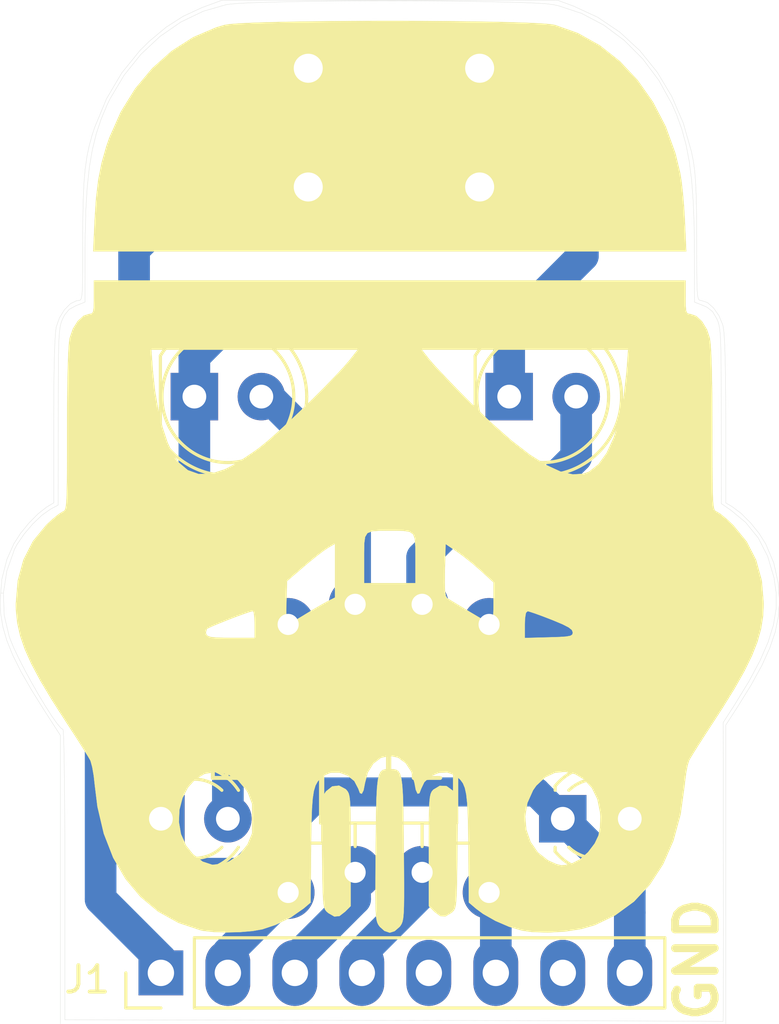
<source format=kicad_pcb>
(kicad_pcb (version 4) (host pcbnew 4.0.7-e2-6376~58~ubuntu16.04.1)

  (general
    (links 16)
    (no_connects 0)
    (area 129.588999 39.122666 159.547667 80.947619)
    (thickness 1.6)
    (drawings 2)
    (tracks 56)
    (zones 0)
    (modules 12)
    (nets 11)
  )

  (page A4)
  (layers
    (0 F.Cu signal)
    (31 B.Cu signal)
    (32 B.Adhes user)
    (33 F.Adhes user)
    (34 B.Paste user)
    (35 F.Paste user)
    (36 B.SilkS user)
    (37 F.SilkS user hide)
    (38 B.Mask user)
    (39 F.Mask user)
    (40 Dwgs.User user)
    (41 Cmts.User user)
    (42 Eco1.User user)
    (43 Eco2.User user)
    (44 Edge.Cuts user)
    (45 Margin user)
    (46 B.CrtYd user)
    (47 F.CrtYd user)
    (48 B.Fab user)
    (49 F.Fab user)
  )

  (setup
    (last_trace_width 1.1)
    (trace_clearance 0.2)
    (zone_clearance 0.508)
    (zone_45_only no)
    (trace_min 0.2)
    (segment_width 0.2)
    (edge_width 0.15)
    (via_size 0.6)
    (via_drill 0.4)
    (via_min_size 0.4)
    (via_min_drill 0.3)
    (uvia_size 0.3)
    (uvia_drill 0.1)
    (uvias_allowed no)
    (uvia_min_size 0.2)
    (uvia_min_drill 0.1)
    (pcb_text_width 0.3)
    (pcb_text_size 1.5 1.5)
    (mod_edge_width 0.15)
    (mod_text_size 1 1)
    (mod_text_width 0.15)
    (pad_size 2 2)
    (pad_drill 0.8)
    (pad_to_mask_clearance 0.2)
    (aux_axis_origin 0 0)
    (visible_elements FFFFFF7F)
    (pcbplotparams
      (layerselection 0x03030_80000001)
      (usegerberextensions false)
      (gerberprecision 5)
      (excludeedgelayer false)
      (linewidth 0.050000)
      (plotframeref true)
      (viasonmask false)
      (mode 1)
      (useauxorigin false)
      (hpglpennumber 1)
      (hpglpenspeed 20)
      (hpglpendiameter 15)
      (hpglpenoverlay 2)
      (psnegative false)
      (psa4output false)
      (plotreference true)
      (plotvalue true)
      (plotinvisibletext false)
      (padsonsilk false)
      (subtractmaskfromsilk false)
      (outputformat 1)
      (mirror false)
      (drillshape 0)
      (scaleselection 1)
      (outputdirectory gerber/))
  )

  (net 0 "")
  (net 1 GND)
  (net 2 "Net-(D1-Pad2)")
  (net 3 "Net-(D2-Pad2)")
  (net 4 "Net-(D3-Pad2)")
  (net 5 "Net-(D4-Pad2)")
  (net 6 "Net-(J1-Pad1)")
  (net 7 "Net-(J1-Pad2)")
  (net 8 "Net-(J1-Pad3)")
  (net 9 "Net-(J1-Pad4)")
  (net 10 "Net-(J1-Pad6)")

  (net_class Default "This is the default net class."
    (clearance 0.2)
    (trace_width 1.1)
    (via_dia 0.6)
    (via_drill 0.4)
    (uvia_dia 0.3)
    (uvia_drill 0.1)
    (add_net GND)
    (add_net "Net-(D1-Pad2)")
    (add_net "Net-(D2-Pad2)")
    (add_net "Net-(D3-Pad2)")
    (add_net "Net-(D4-Pad2)")
    (add_net "Net-(J1-Pad1)")
    (add_net "Net-(J1-Pad2)")
    (add_net "Net-(J1-Pad3)")
    (add_net "Net-(J1-Pad4)")
    (add_net "Net-(J1-Pad6)")
  )

  (module Storm:Storm_borda (layer F.Cu) (tedit 0) (tstamp 5A9B60D2)
    (at 144.526 58.674)
    (fp_text reference StormNinho (at 0 0) (layer F.SilkS) hide
      (effects (font (thickness 0.3)))
    )
    (fp_text value StormNinho (at 0.75 0) (layer F.SilkS) hide
      (effects (font (thickness 0.3)))
    )
    (fp_poly (pts (xy 7.013329 -19.119493) (xy 7.930131 -18.696109) (xy 8.770536 -18.129711) (xy 9.5248 -17.432948)
      (xy 10.183177 -16.618468) (xy 10.735922 -15.698923) (xy 11.17329 -14.686961) (xy 11.485536 -13.595232)
      (xy 11.559728 -13.218076) (xy 11.605046 -12.884682) (xy 11.639386 -12.455807) (xy 11.663477 -11.91393)
      (xy 11.67805 -11.24153) (xy 11.683833 -10.421084) (xy 11.684 -10.233576) (xy 11.684305 -9.554919)
      (xy 11.686206 -9.026738) (xy 11.691174 -8.630173) (xy 11.700685 -8.346367) (xy 11.716212 -8.15646)
      (xy 11.739228 -8.041596) (xy 11.771209 -7.982915) (xy 11.813627 -7.96156) (xy 11.8618 -7.958667)
      (xy 12.089287 -7.882435) (xy 12.32054 -7.679738) (xy 12.523323 -7.389573) (xy 12.665402 -7.050939)
      (xy 12.688757 -6.958209) (xy 12.717628 -6.729161) (xy 12.741617 -6.338471) (xy 12.760519 -5.793767)
      (xy 12.774128 -5.102675) (xy 12.782238 -4.272821) (xy 12.784666 -3.400754) (xy 12.784666 -0.290509)
      (xy 13.029922 -0.145633) (xy 13.365114 0.106337) (xy 13.720611 0.462099) (xy 14.049784 0.869904)
      (xy 14.296532 1.26005) (xy 14.605304 1.986332) (xy 14.774965 2.759744) (xy 14.816666 3.453027)
      (xy 14.779386 4.018124) (xy 14.661968 4.595927) (xy 14.456042 5.207545) (xy 14.153241 5.874086)
      (xy 13.745196 6.616659) (xy 13.239078 7.432414) (xy 12.784666 8.133827) (xy 12.784666 19.473334)
      (xy -12.446 19.473334) (xy -12.446 8.525453) (xy -13.025319 7.628226) (xy -13.534502 6.815293)
      (xy -13.940619 6.108085) (xy -14.252429 5.485174) (xy -14.478693 4.925128) (xy -14.628168 4.406518)
      (xy -14.709617 3.907914) (xy -14.732 3.453027) (xy -14.707963 3.132627) (xy -14.607882 3.132627)
      (xy -14.577683 3.967458) (xy -14.386551 4.777658) (xy -14.346474 4.889019) (xy -14.202285 5.232425)
      (xy -14.007009 5.640825) (xy -13.775075 6.089604) (xy -13.52091 6.554148) (xy -13.258944 7.009842)
      (xy -13.003604 7.432071) (xy -12.769319 7.79622) (xy -12.570519 8.077674) (xy -12.42163 8.251818)
      (xy -12.348625 8.297334) (xy -12.336226 8.379656) (xy -12.324504 8.617252) (xy -12.313641 8.996061)
      (xy -12.303822 9.502022) (xy -12.295231 10.121076) (xy -12.28805 10.839164) (xy -12.282465 11.642224)
      (xy -12.278658 12.516198) (xy -12.276815 13.447025) (xy -12.276667 13.800387) (xy -12.276667 19.30344)
      (xy 0.1905 19.325169) (xy 1.629578 19.327816) (xy 3.021961 19.33065) (xy 4.358283 19.333637)
      (xy 5.629181 19.336747) (xy 6.82529 19.339948) (xy 7.937246 19.343207) (xy 8.955684 19.346492)
      (xy 9.871241 19.349772) (xy 10.674552 19.353014) (xy 11.356253 19.356187) (xy 11.90698 19.359259)
      (xy 12.317368 19.362197) (xy 12.578053 19.36497) (xy 12.679672 19.367546) (xy 12.680715 19.367783)
      (xy 12.684495 19.289034) (xy 12.687818 19.054731) (xy 12.690649 18.678652) (xy 12.692956 18.174575)
      (xy 12.694703 17.556279) (xy 12.695857 16.837543) (xy 12.696384 16.032144) (xy 12.696249 15.153861)
      (xy 12.695418 14.216473) (xy 12.694707 13.714477) (xy 12.685649 8.040287) (xy 13.122313 7.359565)
      (xy 13.661305 6.478517) (xy 14.082006 5.693778) (xy 14.390276 4.986506) (xy 14.591973 4.337853)
      (xy 14.692955 3.728976) (xy 14.699082 3.141028) (xy 14.616211 2.555164) (xy 14.616079 2.554542)
      (xy 14.374161 1.737939) (xy 14.01693 1.040015) (xy 13.536688 0.448705) (xy 12.977104 -0.013229)
      (xy 12.615333 -0.262135) (xy 12.613473 -3.581234) (xy 12.612572 -4.42321) (xy 12.610372 -5.113269)
      (xy 12.60608 -5.668828) (xy 12.598903 -6.107302) (xy 12.588045 -6.446109) (xy 12.572714 -6.702663)
      (xy 12.552114 -6.894382) (xy 12.525453 -7.038681) (xy 12.491935 -7.152976) (xy 12.450768 -7.254684)
      (xy 12.445463 -7.266458) (xy 12.286978 -7.536315) (xy 12.079189 -7.702668) (xy 11.939322 -7.766134)
      (xy 11.599333 -7.899686) (xy 11.597993 -9.643676) (xy 11.586704 -10.734372) (xy 11.552439 -11.679294)
      (xy 11.491903 -12.500854) (xy 11.401797 -13.221463) (xy 11.278826 -13.863534) (xy 11.119694 -14.449478)
      (xy 10.921102 -15.001707) (xy 10.752973 -15.388562) (xy 10.249487 -16.3015) (xy 9.638258 -17.116846)
      (xy 8.935268 -17.821211) (xy 8.156499 -18.401205) (xy 7.317932 -18.843438) (xy 6.435548 -19.134521)
      (xy 6.229654 -19.178381) (xy 5.989627 -19.207044) (xy 5.59878 -19.232397) (xy 5.075595 -19.254441)
      (xy 4.438553 -19.273176) (xy 3.706136 -19.2886) (xy 2.896824 -19.300715) (xy 2.0291 -19.309521)
      (xy 1.121444 -19.315017) (xy 0.192338 -19.317203) (xy -0.739737 -19.31608) (xy -1.656299 -19.311648)
      (xy -2.538867 -19.303905) (xy -3.368959 -19.292853) (xy -4.128096 -19.278492) (xy -4.797794 -19.260821)
      (xy -5.359572 -19.23984) (xy -5.79495 -19.21555) (xy -6.085446 -19.18795) (xy -6.144988 -19.178381)
      (xy -7.031731 -18.924403) (xy -7.879697 -18.516227) (xy -8.672635 -17.967482) (xy -9.394294 -17.291799)
      (xy -10.028422 -16.502807) (xy -10.55877 -15.614136) (xy -10.671359 -15.38204) (xy -10.89966 -14.840847)
      (xy -11.08623 -14.280921) (xy -11.234343 -13.67994) (xy -11.347276 -13.015583) (xy -11.428302 -12.265528)
      (xy -11.480697 -11.407455) (xy -11.507737 -10.419042) (xy -11.513327 -9.643676) (xy -11.514667 -7.899686)
      (xy -11.854657 -7.766134) (xy -12.110682 -7.626775) (xy -12.285112 -7.41579) (xy -12.360797 -7.266458)
      (xy -12.402744 -7.165494) (xy -12.43701 -7.053994) (xy -12.464378 -6.914629) (xy -12.485633 -6.730066)
      (xy -12.50156 -6.482978) (xy -12.512943 -6.156033) (xy -12.520565 -5.731902) (xy -12.525212 -5.193255)
      (xy -12.527668 -4.522761) (xy -12.528717 -3.703091) (xy -12.528808 -3.554087) (xy -12.530667 -0.20784)
      (xy -12.827669 -0.047894) (xy -13.147296 0.177807) (xy -13.493485 0.507857) (xy -13.821991 0.892781)
      (xy -14.088571 1.283109) (xy -14.189422 1.474818) (xy -14.478133 2.294601) (xy -14.607882 3.132627)
      (xy -14.707963 3.132627) (xy -14.668766 2.610157) (xy -14.473264 1.8463) (xy -14.213901 1.263868)
      (xy -13.965642 0.875267) (xy -13.643646 0.478581) (xy -13.294814 0.125648) (xy -12.966045 -0.131691)
      (xy -12.932834 -0.152107) (xy -12.700001 -0.290509) (xy -12.700001 -3.400754) (xy -12.697089 -4.350598)
      (xy -12.688491 -5.168642) (xy -12.674412 -5.847259) (xy -12.655057 -6.378823) (xy -12.630634 -6.755705)
      (xy -12.604091 -6.958209) (xy -12.483454 -7.303141) (xy -12.293588 -7.609916) (xy -12.066729 -7.839535)
      (xy -11.83511 -7.953002) (xy -11.777134 -7.958666) (xy -11.724092 -7.96258) (xy -11.682811 -7.986893)
      (xy -11.651817 -8.050464) (xy -11.629635 -8.172151) (xy -11.614793 -8.370812) (xy -11.605815 -8.665306)
      (xy -11.601229 -9.074491) (xy -11.59956 -9.617224) (xy -11.599334 -10.233576) (xy -11.594964 -11.099107)
      (xy -11.580021 -11.82165) (xy -11.551752 -12.427369) (xy -11.507406 -12.942428) (xy -11.444231 -13.392992)
      (xy -11.359475 -13.805226) (xy -11.250386 -14.205293) (xy -11.148479 -14.520333) (xy -10.696921 -15.609204)
      (xy -10.125327 -16.579885) (xy -9.431575 -17.43572) (xy -9.073324 -17.789476) (xy -8.432614 -18.323607)
      (xy -7.789832 -18.734947) (xy -7.08588 -19.060145) (xy -6.928664 -19.119493) (xy -6.307667 -19.346333)
      (xy 6.392333 -19.346333) (xy 7.013329 -19.119493)) (layer Edge.Cuts) (width 0.01))
    (fp_poly (pts (xy 7.013329 -19.119493) (xy 7.930131 -18.696109) (xy 8.770536 -18.129711) (xy 9.5248 -17.432948)
      (xy 10.183177 -16.618468) (xy 10.735922 -15.698923) (xy 11.17329 -14.686961) (xy 11.485536 -13.595232)
      (xy 11.559728 -13.218076) (xy 11.605046 -12.884682) (xy 11.639386 -12.455807) (xy 11.663477 -11.91393)
      (xy 11.67805 -11.24153) (xy 11.683833 -10.421084) (xy 11.684 -10.233576) (xy 11.684305 -9.554919)
      (xy 11.686206 -9.026738) (xy 11.691174 -8.630173) (xy 11.700685 -8.346367) (xy 11.716212 -8.15646)
      (xy 11.739228 -8.041596) (xy 11.771209 -7.982915) (xy 11.813627 -7.96156) (xy 11.8618 -7.958667)
      (xy 12.089287 -7.882435) (xy 12.32054 -7.679738) (xy 12.523323 -7.389573) (xy 12.665402 -7.050939)
      (xy 12.688757 -6.958209) (xy 12.717628 -6.729161) (xy 12.741617 -6.338471) (xy 12.760519 -5.793767)
      (xy 12.774128 -5.102675) (xy 12.782238 -4.272821) (xy 12.784666 -3.400754) (xy 12.784666 -0.290509)
      (xy 13.029922 -0.145633) (xy 13.365114 0.106337) (xy 13.720611 0.462099) (xy 14.049784 0.869904)
      (xy 14.296532 1.26005) (xy 14.605304 1.986332) (xy 14.774965 2.759744) (xy 14.816666 3.453027)
      (xy 14.779386 4.018124) (xy 14.661968 4.595927) (xy 14.456042 5.207545) (xy 14.153241 5.874086)
      (xy 13.745196 6.616659) (xy 13.239078 7.432414) (xy 12.784666 8.133827) (xy 12.784666 19.473334)
      (xy -12.446 19.473334) (xy -12.446 8.525453) (xy -13.025319 7.628226) (xy -13.534502 6.815293)
      (xy -13.940619 6.108085) (xy -14.252429 5.485174) (xy -14.478693 4.925128) (xy -14.628168 4.406518)
      (xy -14.709617 3.907914) (xy -14.732 3.453027) (xy -14.707963 3.132627) (xy -14.607882 3.132627)
      (xy -14.577683 3.967458) (xy -14.386551 4.777658) (xy -14.346474 4.889019) (xy -14.202285 5.232425)
      (xy -14.007009 5.640825) (xy -13.775075 6.089604) (xy -13.52091 6.554148) (xy -13.258944 7.009842)
      (xy -13.003604 7.432071) (xy -12.769319 7.79622) (xy -12.570519 8.077674) (xy -12.42163 8.251818)
      (xy -12.348625 8.297334) (xy -12.336226 8.379656) (xy -12.324504 8.617252) (xy -12.313641 8.996061)
      (xy -12.303822 9.502022) (xy -12.295231 10.121076) (xy -12.28805 10.839164) (xy -12.282465 11.642224)
      (xy -12.278658 12.516198) (xy -12.276815 13.447025) (xy -12.276667 13.800387) (xy -12.276667 19.30344)
      (xy 0.1905 19.325169) (xy 1.629578 19.327816) (xy 3.021961 19.33065) (xy 4.358283 19.333637)
      (xy 5.629181 19.336747) (xy 6.82529 19.339948) (xy 7.937246 19.343207) (xy 8.955684 19.346492)
      (xy 9.871241 19.349772) (xy 10.674552 19.353014) (xy 11.356253 19.356187) (xy 11.90698 19.359259)
      (xy 12.317368 19.362197) (xy 12.578053 19.36497) (xy 12.679672 19.367546) (xy 12.680715 19.367783)
      (xy 12.684495 19.289034) (xy 12.687818 19.054731) (xy 12.690649 18.678652) (xy 12.692956 18.174575)
      (xy 12.694703 17.556279) (xy 12.695857 16.837543) (xy 12.696384 16.032144) (xy 12.696249 15.153861)
      (xy 12.695418 14.216473) (xy 12.694707 13.714477) (xy 12.685649 8.040287) (xy 13.122313 7.359565)
      (xy 13.661305 6.478517) (xy 14.082006 5.693778) (xy 14.390276 4.986506) (xy 14.591973 4.337853)
      (xy 14.692955 3.728976) (xy 14.699082 3.141028) (xy 14.616211 2.555164) (xy 14.616079 2.554542)
      (xy 14.374161 1.737939) (xy 14.01693 1.040015) (xy 13.536688 0.448705) (xy 12.977104 -0.013229)
      (xy 12.615333 -0.262135) (xy 12.613473 -3.581234) (xy 12.612572 -4.42321) (xy 12.610372 -5.113269)
      (xy 12.60608 -5.668828) (xy 12.598903 -6.107302) (xy 12.588045 -6.446109) (xy 12.572714 -6.702663)
      (xy 12.552114 -6.894382) (xy 12.525453 -7.038681) (xy 12.491935 -7.152976) (xy 12.450768 -7.254684)
      (xy 12.445463 -7.266458) (xy 12.286978 -7.536315) (xy 12.079189 -7.702668) (xy 11.939322 -7.766134)
      (xy 11.599333 -7.899686) (xy 11.597993 -9.643676) (xy 11.586704 -10.734372) (xy 11.552439 -11.679294)
      (xy 11.491903 -12.500854) (xy 11.401797 -13.221463) (xy 11.278826 -13.863534) (xy 11.119694 -14.449478)
      (xy 10.921102 -15.001707) (xy 10.752973 -15.388562) (xy 10.249487 -16.3015) (xy 9.638258 -17.116846)
      (xy 8.935268 -17.821211) (xy 8.156499 -18.401205) (xy 7.317932 -18.843438) (xy 6.435548 -19.134521)
      (xy 6.229654 -19.178381) (xy 5.989627 -19.207044) (xy 5.59878 -19.232397) (xy 5.075595 -19.254441)
      (xy 4.438553 -19.273176) (xy 3.706136 -19.2886) (xy 2.896824 -19.300715) (xy 2.0291 -19.309521)
      (xy 1.121444 -19.315017) (xy 0.192338 -19.317203) (xy -0.739737 -19.31608) (xy -1.656299 -19.311648)
      (xy -2.538867 -19.303905) (xy -3.368959 -19.292853) (xy -4.128096 -19.278492) (xy -4.797794 -19.260821)
      (xy -5.359572 -19.23984) (xy -5.79495 -19.21555) (xy -6.085446 -19.18795) (xy -6.144988 -19.178381)
      (xy -7.031731 -18.924403) (xy -7.879697 -18.516227) (xy -8.672635 -17.967482) (xy -9.394294 -17.291799)
      (xy -10.028422 -16.502807) (xy -10.55877 -15.614136) (xy -10.671359 -15.38204) (xy -10.89966 -14.840847)
      (xy -11.08623 -14.280921) (xy -11.234343 -13.67994) (xy -11.347276 -13.015583) (xy -11.428302 -12.265528)
      (xy -11.480697 -11.407455) (xy -11.507737 -10.419042) (xy -11.513327 -9.643676) (xy -11.514667 -7.899686)
      (xy -11.854657 -7.766134) (xy -12.110682 -7.626775) (xy -12.285112 -7.41579) (xy -12.360797 -7.266458)
      (xy -12.402744 -7.165494) (xy -12.43701 -7.053994) (xy -12.464378 -6.914629) (xy -12.485633 -6.730066)
      (xy -12.50156 -6.482978) (xy -12.512943 -6.156033) (xy -12.520565 -5.731902) (xy -12.525212 -5.193255)
      (xy -12.527668 -4.522761) (xy -12.528717 -3.703091) (xy -12.528808 -3.554087) (xy -12.530667 -0.20784)
      (xy -12.827669 -0.047894) (xy -13.147296 0.177807) (xy -13.493485 0.507857) (xy -13.821991 0.892781)
      (xy -14.088571 1.283109) (xy -14.189422 1.474818) (xy -14.478133 2.294601) (xy -14.607882 3.132627)
      (xy -14.707963 3.132627) (xy -14.668766 2.610157) (xy -14.473264 1.8463) (xy -14.213901 1.263868)
      (xy -13.965642 0.875267) (xy -13.643646 0.478581) (xy -13.294814 0.125648) (xy -12.966045 -0.131691)
      (xy -12.932834 -0.152107) (xy -12.700001 -0.290509) (xy -12.700001 -3.400754) (xy -12.697089 -4.350598)
      (xy -12.688491 -5.168642) (xy -12.674412 -5.847259) (xy -12.655057 -6.378823) (xy -12.630634 -6.755705)
      (xy -12.604091 -6.958209) (xy -12.483454 -7.303141) (xy -12.293588 -7.609916) (xy -12.066729 -7.839535)
      (xy -11.83511 -7.953002) (xy -11.777134 -7.958666) (xy -11.724092 -7.96258) (xy -11.682811 -7.986893)
      (xy -11.651817 -8.050464) (xy -11.629635 -8.172151) (xy -11.614793 -8.370812) (xy -11.605815 -8.665306)
      (xy -11.601229 -9.074491) (xy -11.59956 -9.617224) (xy -11.599334 -10.233576) (xy -11.594964 -11.099107)
      (xy -11.580021 -11.82165) (xy -11.551752 -12.427369) (xy -11.507406 -12.942428) (xy -11.444231 -13.392992)
      (xy -11.359475 -13.805226) (xy -11.250386 -14.205293) (xy -11.148479 -14.520333) (xy -10.696921 -15.609204)
      (xy -10.125327 -16.579885) (xy -9.431575 -17.43572) (xy -9.073324 -17.789476) (xy -8.432614 -18.323607)
      (xy -7.789832 -18.734947) (xy -7.08588 -19.060145) (xy -6.928664 -19.119493) (xy -6.307667 -19.346333)
      (xy 6.392333 -19.346333) (xy 7.013329 -19.119493)) (layer Margin) (width 0.01))
  )

  (module Storm:Storm_silk (layer F.Cu) (tedit 0) (tstamp 5A9B60E0)
    (at 144.526 57.404)
    (fp_text reference G*** (at 0 0) (layer F.SilkS) hide
      (effects (font (thickness 0.3)))
    )
    (fp_text value LOGO (at 0.75 0) (layer F.SilkS) hide
      (effects (font (thickness 0.3)))
    )
    (fp_poly (pts (xy 11.260667 -6.815667) (xy 11.264413 -6.491496) (xy 11.282162 -6.301337) (xy 11.323682 -6.209921)
      (xy 11.398739 -6.18198) (xy 11.436513 -6.180667) (xy 11.667181 -6.102748) (xy 11.88918 -5.89337)
      (xy 12.072849 -5.589102) (xy 12.181291 -5.262389) (xy 12.209845 -5.035519) (xy 12.233671 -4.648617)
      (xy 12.252517 -4.110925) (xy 12.266129 -3.431685) (xy 12.274254 -2.620139) (xy 12.276667 -1.779539)
      (xy 12.276985 -0.98213) (xy 12.278528 -0.337472) (xy 12.282177 0.171018) (xy 12.288812 0.559922)
      (xy 12.299316 0.845822) (xy 12.314568 1.045301) (xy 12.335451 1.174941) (xy 12.362845 1.251324)
      (xy 12.397632 1.291032) (xy 12.440693 1.310648) (xy 12.440876 1.310707) (xy 12.577724 1.393675)
      (xy 12.788966 1.565204) (xy 13.032669 1.790803) (xy 13.0725 1.830238) (xy 13.57794 2.448071)
      (xy 13.937032 3.146136) (xy 14.151483 3.928834) (xy 14.222995 4.795914) (xy 14.200133 5.277965)
      (xy 14.124343 5.754761) (xy 13.986968 6.246822) (xy 13.779352 6.774666) (xy 13.492838 7.358811)
      (xy 13.11877 8.019777) (xy 12.648491 8.778081) (xy 12.347504 9.241318) (xy 12.069575 9.666634)
      (xy 11.817489 10.05787) (xy 11.609002 10.387043) (xy 11.461869 10.626169) (xy 11.399366 10.735609)
      (xy 11.33876 10.926191) (xy 11.280471 11.228797) (xy 11.234929 11.586315) (xy 11.226269 11.683617)
      (xy 11.07283 12.787789) (xy 10.800144 13.786336) (xy 10.411666 14.673878) (xy 9.910847 15.445039)
      (xy 9.301142 16.09444) (xy 8.586002 16.616703) (xy 7.821288 16.986684) (xy 7.303346 17.133982)
      (xy 6.688212 17.229526) (xy 6.041408 17.268443) (xy 5.428458 17.245859) (xy 5.060465 17.192066)
      (xy 4.568499 17.047115) (xy 4.051485 16.824179) (xy 3.581408 16.557481) (xy 3.321369 16.365251)
      (xy 3.044405 16.129) (xy 3.025036 14.054666) (xy 3.016354 13.346289) (xy 3.004394 12.863422)
      (xy 5.178725 12.863422) (xy 5.222626 13.367015) (xy 5.384958 13.832874) (xy 5.657961 14.22884)
      (xy 6.033873 14.522754) (xy 6.128504 14.570022) (xy 6.377352 14.677241) (xy 6.550429 14.719691)
      (xy 6.725315 14.704423) (xy 6.955497 14.645183) (xy 7.259808 14.491197) (xy 7.562005 14.223013)
      (xy 7.815419 13.889802) (xy 7.959057 13.587817) (xy 8.017697 13.276116) (xy 8.029621 12.879035)
      (xy 8.021151 12.727502) (xy 7.916409 12.210336) (xy 7.708101 11.788297) (xy 7.419744 11.469295)
      (xy 7.074857 11.261243) (xy 6.696957 11.172054) (xy 6.309561 11.209639) (xy 5.936188 11.381909)
      (xy 5.600354 11.696778) (xy 5.477265 11.871668) (xy 5.261018 12.354253) (xy 5.178725 12.863422)
      (xy 3.004394 12.863422) (xy 3.002481 12.786195) (xy 2.97956 12.353339) (xy 2.943734 12.026677)
      (xy 2.891146 11.785162) (xy 2.817938 11.60775) (xy 2.720253 11.473397) (xy 2.594234 11.361056)
      (xy 2.521645 11.308139) (xy 2.227072 11.195585) (xy 1.901631 11.213724) (xy 1.593755 11.343634)
      (xy 1.351874 11.566391) (xy 1.235295 11.81075) (xy 1.166729 11.987047) (xy 1.096122 12.000196)
      (xy 1.030456 11.856142) (xy 0.980972 11.594158) (xy 0.863396 11.173134) (xy 0.647818 10.844716)
      (xy 0.357341 10.6342) (xy 0.042333 10.5664) (xy -0.296821 10.64547) (xy -0.582425 10.865819)
      (xy -0.791377 11.20215) (xy -0.896305 11.594158) (xy -0.951439 11.875803) (xy -1.017851 12.005642)
      (xy -1.088562 11.977733) (xy -1.150628 11.81075) (xy -1.299917 11.524767) (xy -1.555783 11.315775)
      (xy -1.869795 11.202697) (xy -2.193521 11.204456) (xy -2.436978 11.308139) (xy -2.578152 11.417381)
      (xy -2.689118 11.538413) (xy -2.773733 11.692281) (xy -2.835856 11.90003) (xy -2.879342 12.182705)
      (xy -2.90805 12.56135) (xy -2.925836 13.057011) (xy -2.936557 13.690733) (xy -2.940369 14.054666)
      (xy -2.959739 16.129) (xy -3.220852 16.35127) (xy -3.711767 16.692828) (xy -4.295296 16.97804)
      (xy -4.786627 17.142213) (xy -5.159791 17.208416) (xy -5.632387 17.248563) (xy -6.14248 17.261571)
      (xy -6.628138 17.246357) (xy -7.027425 17.201838) (xy -7.11944 17.183003) (xy -7.973938 16.898085)
      (xy -8.738835 16.473393) (xy -9.409038 15.915889) (xy -9.979454 15.232537) (xy -10.444989 14.430301)
      (xy -10.800551 13.516145) (xy -10.905679 13.070658) (xy -7.955159 13.070658) (xy -7.875872 13.531603)
      (xy -7.687473 13.961342) (xy -7.420519 14.296856) (xy -7.052803 14.579366) (xy -6.686344 14.699743)
      (xy -6.295603 14.663057) (xy -6.043838 14.570022) (xy -5.64657 14.302564) (xy -5.350523 13.926059)
      (xy -5.163458 13.472666) (xy -5.093137 12.974543) (xy -5.14732 12.46385) (xy -5.333771 11.972746)
      (xy -5.392599 11.871668) (xy -5.714312 11.492021) (xy -6.109006 11.256846) (xy -6.559601 11.176316)
      (xy -6.560346 11.176316) (xy -6.977924 11.252002) (xy -7.331478 11.460051) (xy -7.613493 11.773204)
      (xy -7.816454 12.164197) (xy -7.932848 12.605769) (xy -7.955159 13.070658) (xy -10.905679 13.070658)
      (xy -11.041047 12.497032) (xy -11.141603 11.683617) (xy -11.181987 11.321102) (xy -11.237897 10.998273)
      (xy -11.298904 10.772241) (xy -11.3147 10.735609) (xy -11.398204 10.591248) (xy -11.557587 10.333965)
      (xy -11.775014 9.991872) (xy -12.03265 9.593086) (xy -12.257388 9.249599) (xy -12.785972 8.426119)
      (xy -13.213356 7.711323) (xy -13.548116 7.08497) (xy -13.798832 6.526818) (xy -13.974082 6.016625)
      (xy -14.002478 5.890189) (xy -6.929466 5.890189) (xy -6.914233 5.963308) (xy -6.862091 6.02434)
      (xy -6.742268 6.063909) (xy -6.525471 6.08614) (xy -6.182407 6.095155) (xy -5.971657 6.096)
      (xy -5.08 6.096) (xy -5.08 5.590864) (xy 5.164667 5.590864) (xy 5.164667 6.101728)
      (xy 6.074833 6.077697) (xy 6.477811 6.064677) (xy 6.740873 6.047058) (xy 6.893428 6.018767)
      (xy 6.964887 5.973731) (xy 6.984659 5.905875) (xy 6.985 5.88974) (xy 6.949989 5.797927)
      (xy 6.82883 5.700069) (xy 6.597335 5.581685) (xy 6.231315 5.428294) (xy 6.180667 5.408213)
      (xy 5.832365 5.27409) (xy 5.537538 5.166857) (xy 5.335005 5.100289) (xy 5.2705 5.085306)
      (xy 5.205028 5.149091) (xy 5.17112 5.357582) (xy 5.164667 5.590864) (xy -5.08 5.590864)
      (xy -5.08 5.588) (xy -5.089613 5.320181) (xy -5.114601 5.136345) (xy -5.125091 5.11611)
      (xy -3.881191 5.11611) (xy -3.87402 5.391618) (xy -3.85661 5.556861) (xy -3.841339 5.588)
      (xy -3.746543 5.546291) (xy -3.546223 5.43527) (xy -3.277998 5.276088) (xy -3.182106 5.217284)
      (xy -2.862141 5.023255) (xy -2.561233 4.847161) (xy -2.336172 4.722114) (xy -2.307167 4.70711)
      (xy -2.032 4.567651) (xy -2.032 2.90345) (xy -0.931566 2.90345) (xy -0.931333 3.079041)
      (xy -0.931333 4.021666) (xy 1.016 4.021666) (xy 1.016 3.994883) (xy 2.12793 3.994883)
      (xy 2.137493 4.309482) (xy 2.164623 4.500022) (xy 2.211105 4.58885) (xy 2.218817 4.594183)
      (xy 2.334047 4.663073) (xy 2.558291 4.797894) (xy 2.855617 4.977024) (xy 3.090333 5.118616)
      (xy 3.41074 5.308986) (xy 3.677596 5.461899) (xy 3.857773 5.558709) (xy 3.915833 5.583266)
      (xy 3.943235 5.506915) (xy 3.964694 5.297929) (xy 3.977269 4.992977) (xy 3.979333 4.792162)
      (xy 3.979333 3.996324) (xy 3.497091 3.555582) (xy 3.188282 3.288027) (xy 2.854537 3.021351)
      (xy 2.586924 2.826464) (xy 2.159 2.538089) (xy 2.13415 3.533878) (xy 2.12793 3.994883)
      (xy 1.016 3.994883) (xy 1.016 3.079041) (xy 1.01503 2.643586) (xy 0.994895 2.349611)
      (xy 0.929759 2.169393) (xy 0.793786 2.07521) (xy 0.561139 2.039341) (xy 0.205981 2.034062)
      (xy 0.042333 2.034312) (xy -0.363502 2.035353) (xy -0.637481 2.056957) (xy -0.80544 2.126846)
      (xy -0.893217 2.272743) (xy -0.926647 2.522371) (xy -0.931566 2.90345) (xy -2.032 2.90345)
      (xy -2.032 2.530426) (xy -2.296858 2.683379) (xy -2.476567 2.805355) (xy -2.739686 3.006131)
      (xy -3.042982 3.252103) (xy -3.207025 3.390841) (xy -3.852333 3.945349) (xy -3.876566 4.766674)
      (xy -3.881191 5.11611) (xy -5.125091 5.11611) (xy -5.1435 5.080604) (xy -5.260941 5.110765)
      (xy -5.491238 5.189455) (xy -5.79224 5.300327) (xy -6.121793 5.427034) (xy -6.437747 5.553231)
      (xy -6.697949 5.662569) (xy -6.860247 5.738703) (xy -6.890409 5.758062) (xy -6.929466 5.890189)
      (xy -14.002478 5.890189) (xy -14.082443 5.534147) (xy -14.132494 5.059144) (xy -14.138329 4.811071)
      (xy -14.065132 3.929427) (xy -13.848412 3.13659) (xy -13.488518 2.433456) (xy -12.985794 1.820925)
      (xy -12.980817 1.816018) (xy -12.73624 1.589196) (xy -12.517577 1.410609) (xy -12.367831 1.315047)
      (xy -12.35614 1.310684) (xy -12.313064 1.291105) (xy -12.278261 1.251468) (xy -12.250852 1.175191)
      (xy -12.229954 1.045692) (xy -12.214688 0.84639) (xy -12.204172 0.560702) (xy -12.197526 0.172046)
      (xy -12.19387 -0.336159) (xy -12.192321 -0.980495) (xy -12.192 -1.777545) (xy -12.192 -1.779539)
      (xy -12.189058 -2.702833) (xy -12.1804 -3.502183) (xy -12.166278 -4.168348) (xy -12.146948 -4.692084)
      (xy -12.138207 -4.826) (xy -8.997867 -4.826) (xy -8.939662 -4.033072) (xy -8.858666 -3.273857)
      (xy -8.733355 -2.547234) (xy -8.571526 -1.88129) (xy -8.380977 -1.304111) (xy -8.169506 -0.843783)
      (xy -7.975879 -0.561675) (xy -7.613291 -0.257244) (xy -7.202645 -0.111111) (xy -6.738277 -0.122549)
      (xy -6.214524 -0.290831) (xy -6.138333 -0.325822) (xy -5.843787 -0.48541) (xy -5.476087 -0.713072)
      (xy -5.094429 -0.971253) (xy -4.910667 -1.104679) (xy -4.615603 -1.342981) (xy -4.234822 -1.676879)
      (xy -3.795298 -2.080154) (xy -3.324009 -2.526584) (xy -2.847931 -2.989949) (xy -2.394039 -3.444026)
      (xy -1.98931 -3.862596) (xy -1.660721 -4.219436) (xy -1.452367 -4.466167) (xy -1.171105 -4.826)
      (xy 1.255771 -4.826) (xy 1.538052 -4.466683) (xy 1.685379 -4.295322) (xy 1.929322 -4.029865)
      (xy 2.246149 -3.695339) (xy 2.612127 -3.316769) (xy 3.003524 -2.919181) (xy 3.048 -2.874467)
      (xy 3.897653 -2.052984) (xy 4.666426 -1.377086) (xy 5.357108 -0.845138) (xy 5.972487 -0.455504)
      (xy 6.515349 -0.20655) (xy 6.988485 -0.096641) (xy 7.394681 -0.124143) (xy 7.603038 -0.203623)
      (xy 7.955073 -0.477735) (xy 8.265777 -0.906735) (xy 8.531353 -1.48039) (xy 8.748002 -2.188466)
      (xy 8.911926 -3.02073) (xy 9.019327 -3.966947) (xy 9.024329 -4.033072) (xy 9.082533 -4.826)
      (xy 1.255771 -4.826) (xy -1.171105 -4.826) (xy -8.997867 -4.826) (xy -12.138207 -4.826)
      (xy -12.12266 -5.064151) (xy -12.096624 -5.262389) (xy -11.973226 -5.621019) (xy -11.78465 -5.917861)
      (xy -11.560557 -6.116347) (xy -11.351846 -6.180667) (xy -11.262076 -6.194195) (xy -11.209416 -6.258291)
      (xy -11.184101 -6.408223) (xy -11.176364 -6.679261) (xy -11.176 -6.815667) (xy -11.176 -7.450667)
      (xy 11.260667 -7.450667) (xy 11.260667 -6.815667)) (layer F.SilkS) (width 0.01))
    (fp_poly (pts (xy 0.175361 11.073464) (xy 0.282897 11.094281) (xy 0.367833 11.148999) (xy 0.433066 11.254003)
      (xy 0.481487 11.425675) (xy 0.515992 11.680399) (xy 0.539475 12.034559) (xy 0.554829 12.504538)
      (xy 0.564948 13.10672) (xy 0.572727 13.857487) (xy 0.574771 14.08434) (xy 0.581179 14.837007)
      (xy 0.584835 15.439025) (xy 0.584766 15.909071) (xy 0.579999 16.265819) (xy 0.569559 16.527946)
      (xy 0.552475 16.714127) (xy 0.527771 16.843038) (xy 0.494475 16.933354) (xy 0.451613 17.003751)
      (xy 0.420459 17.044756) (xy 0.228571 17.212053) (xy 0.042333 17.272) (xy -0.158503 17.203279)
      (xy -0.335793 17.044756) (xy -0.384948 16.977341) (xy -0.423944 16.901362) (xy -0.453757 16.798145)
      (xy -0.475358 16.649014) (xy -0.489723 16.435293) (xy -0.497823 16.138307) (xy -0.500633 15.739379)
      (xy -0.499126 15.219835) (xy -0.494275 14.560998) (xy -0.490105 14.08434) (xy -0.482461 13.291282)
      (xy -0.473246 12.651168) (xy -0.459568 12.147616) (xy -0.43853 11.764241) (xy -0.40724 11.484661)
      (xy -0.362804 11.292492) (xy -0.302327 11.171351) (xy -0.222915 11.104854) (xy -0.121675 11.076617)
      (xy 0.004288 11.070258) (xy 0.042333 11.070166) (xy 0.175361 11.073464)) (layer F.SilkS) (width 0.01))
    (fp_poly (pts (xy -1.631335 11.831641) (xy -1.608667 11.853333) (xy -1.556361 11.913969) (xy -1.516079 11.992293)
      (xy -1.486258 12.109443) (xy -1.465334 12.286554) (xy -1.451743 12.544766) (xy -1.443924 12.905214)
      (xy -1.440313 13.389037) (xy -1.439347 14.017372) (xy -1.439333 14.143181) (xy -1.439333 16.263696)
      (xy -1.647152 16.471515) (xy -1.863733 16.63998) (xy -2.057998 16.658898) (xy -2.279995 16.531813)
      (xy -2.297787 16.517605) (xy -2.359506 16.46408) (xy -2.407264 16.401739) (xy -2.443154 16.309474)
      (xy -2.46927 16.166181) (xy -2.487706 15.950754) (xy -2.500553 15.642088) (xy -2.509907 15.219078)
      (xy -2.517859 14.660618) (xy -2.522871 14.248156) (xy -2.530133 13.595736) (xy -2.533418 13.090834)
      (xy -2.531286 12.711652) (xy -2.522298 12.436393) (xy -2.505013 12.243261) (xy -2.477991 12.110459)
      (xy -2.439793 12.016189) (xy -2.388978 11.938654) (xy -2.368559 11.912217) (xy -2.137062 11.726015)
      (xy -1.880502 11.698318) (xy -1.631335 11.831641)) (layer F.SilkS) (width 0.01))
    (fp_poly (pts (xy 2.197312 11.716307) (xy 2.432678 11.887177) (xy 2.453226 11.912217) (xy 2.50866 11.989027)
      (xy 2.550989 12.075157) (xy 2.581651 12.192405) (xy 2.602087 12.362567) (xy 2.613737 12.607441)
      (xy 2.618039 12.948823) (xy 2.616436 13.40851) (xy 2.610365 14.0083) (xy 2.607537 14.248156)
      (xy 2.599417 14.898795) (xy 2.591161 15.401218) (xy 2.580678 15.77653) (xy 2.565872 16.045836)
      (xy 2.544653 16.230241) (xy 2.514925 16.350852) (xy 2.474596 16.428772) (xy 2.421572 16.485108)
      (xy 2.382453 16.517605) (xy 2.156659 16.654733) (xy 1.962083 16.646106) (xy 1.74868 16.488178)
      (xy 1.731818 16.471515) (xy 1.524 16.263696) (xy 1.524 14.143181) (xy 1.524665 13.487509)
      (xy 1.527703 12.980031) (xy 1.534676 12.59961) (xy 1.547149 12.325109) (xy 1.566683 12.135389)
      (xy 1.594842 12.009314) (xy 1.633189 11.925747) (xy 1.683288 11.863549) (xy 1.693333 11.853333)
      (xy 1.940045 11.704187) (xy 2.197312 11.716307)) (layer F.SilkS) (width 0.01))
    (fp_poly (pts (xy 0.51504 -17.288395) (xy 1.431901 -17.285013) (xy 2.321814 -17.278284) (xy 3.166937 -17.268209)
      (xy 3.949429 -17.254787) (xy 4.65145 -17.238017) (xy 5.255159 -17.217901) (xy 5.742714 -17.194438)
      (xy 6.096276 -17.167628) (xy 6.295445 -17.13814) (xy 7.181011 -16.824621) (xy 8.00835 -16.361743)
      (xy 8.766155 -15.762848) (xy 9.443123 -15.041281) (xy 10.027945 -14.210383) (xy 10.509317 -13.2835)
      (xy 10.875932 -12.273972) (xy 11.060305 -11.514667) (xy 11.111954 -11.180196) (xy 11.161943 -10.73376)
      (xy 11.204691 -10.232684) (xy 11.234618 -9.734291) (xy 11.235457 -9.7155) (xy 11.286685 -8.551334)
      (xy -11.202019 -8.551334) (xy -11.15079 -9.7155) (xy -11.097345 -10.549317) (xy -11.011312 -11.263962)
      (xy -10.884077 -11.90789) (xy -10.70702 -12.529559) (xy -10.59081 -12.864467) (xy -10.156208 -13.842176)
      (xy -9.608513 -14.723999) (xy -8.960652 -15.497326) (xy -8.225548 -16.149545) (xy -7.416128 -16.668044)
      (xy -6.545316 -17.040213) (xy -6.210779 -17.13814) (xy -6.005675 -17.168226) (xy -5.649111 -17.194966)
      (xy -5.158928 -17.218358) (xy -4.552968 -17.238404) (xy -3.849071 -17.255103) (xy -3.065078 -17.268455)
      (xy -2.218829 -17.27846) (xy -1.328166 -17.285118) (xy -0.41093 -17.28843) (xy 0.51504 -17.288395)) (layer F.SilkS) (width 0.01))
  )

  (module LEDs:LED_D3.0mm (layer F.Cu) (tedit 587A3A7B) (tstamp 5A9B6166)
    (at 135.89 70.358)
    (descr "LED, diameter 3.0mm, 2 pins")
    (tags "LED diameter 3.0mm 2 pins")
    (path /5A95EFB2)
    (fp_text reference D1 (at 1.27 -2.96) (layer F.SilkS)
      (effects (font (size 1 1) (thickness 0.15)))
    )
    (fp_text value LED (at 1.27 2.96) (layer F.Fab)
      (effects (font (size 1 1) (thickness 0.15)))
    )
    (fp_arc (start 1.27 0) (end -0.23 -1.16619) (angle 284.3) (layer F.Fab) (width 0.1))
    (fp_arc (start 1.27 0) (end -0.29 -1.235516) (angle 108.8) (layer F.SilkS) (width 0.12))
    (fp_arc (start 1.27 0) (end -0.29 1.235516) (angle -108.8) (layer F.SilkS) (width 0.12))
    (fp_arc (start 1.27 0) (end 0.229039 -1.08) (angle 87.9) (layer F.SilkS) (width 0.12))
    (fp_arc (start 1.27 0) (end 0.229039 1.08) (angle -87.9) (layer F.SilkS) (width 0.12))
    (fp_circle (center 1.27 0) (end 2.77 0) (layer F.Fab) (width 0.1))
    (fp_line (start -0.23 -1.16619) (end -0.23 1.16619) (layer F.Fab) (width 0.1))
    (fp_line (start -0.29 -1.236) (end -0.29 -1.08) (layer F.SilkS) (width 0.12))
    (fp_line (start -0.29 1.08) (end -0.29 1.236) (layer F.SilkS) (width 0.12))
    (fp_line (start -1.15 -2.25) (end -1.15 2.25) (layer F.CrtYd) (width 0.05))
    (fp_line (start -1.15 2.25) (end 3.7 2.25) (layer F.CrtYd) (width 0.05))
    (fp_line (start 3.7 2.25) (end 3.7 -2.25) (layer F.CrtYd) (width 0.05))
    (fp_line (start 3.7 -2.25) (end -1.15 -2.25) (layer F.CrtYd) (width 0.05))
    (pad 1 thru_hole rect (at 0 0) (size 1.8 1.8) (drill 0.9) (layers *.Cu *.Mask)
      (net 1 GND))
    (pad 2 thru_hole circle (at 2.54 0) (size 1.8 1.8) (drill 0.9) (layers *.Cu *.Mask)
      (net 2 "Net-(D1-Pad2)"))
    (model ${KISYS3DMOD}/LEDs.3dshapes/LED_D3.0mm.wrl
      (at (xyz 0 0 0))
      (scale (xyz 0.393701 0.393701 0.393701))
      (rotate (xyz 0 0 0))
    )
  )

  (module LEDs:LED_D5.0mm (layer F.Cu) (tedit 5A9B1D27) (tstamp 5A9B6178)
    (at 137.16 54.356)
    (descr "LED, diameter 5.0mm, 2 pins, http://cdn-reichelt.de/documents/datenblatt/A500/LL-504BC2E-009.pdf")
    (tags "LED diameter 5.0mm 2 pins")
    (path /5A95EEEF)
    (fp_text reference D2 (at 1.524 -3.048) (layer F.SilkS)
      (effects (font (size 1 1) (thickness 0.15)))
    )
    (fp_text value LED (at 1.27 3.96) (layer F.Fab)
      (effects (font (size 1 1) (thickness 0.15)))
    )
    (fp_arc (start 1.27 0) (end -1.23 -1.469694) (angle 299.1) (layer F.Fab) (width 0.1))
    (fp_arc (start 1.27 0) (end -1.29 -1.54483) (angle 148.9) (layer F.SilkS) (width 0.12))
    (fp_arc (start 1.27 0) (end -1.29 1.54483) (angle -148.9) (layer F.SilkS) (width 0.12))
    (fp_circle (center 1.27 0) (end 3.77 0) (layer F.Fab) (width 0.1))
    (fp_circle (center 1.27 0) (end 3.77 0) (layer F.SilkS) (width 0.12))
    (fp_line (start -1.23 -1.469694) (end -1.23 1.469694) (layer F.Fab) (width 0.1))
    (fp_line (start -1.29 -1.545) (end -1.29 1.545) (layer F.SilkS) (width 0.12))
    (fp_line (start -1.95 -3.25) (end -1.95 3.25) (layer F.CrtYd) (width 0.05))
    (fp_line (start -1.95 3.25) (end 4.5 3.25) (layer F.CrtYd) (width 0.05))
    (fp_line (start 4.5 3.25) (end 4.5 -3.25) (layer F.CrtYd) (width 0.05))
    (fp_line (start 4.5 -3.25) (end -1.95 -3.25) (layer F.CrtYd) (width 0.05))
    (fp_text user %R (at 1.25 0) (layer F.Fab)
      (effects (font (size 0.8 0.8) (thickness 0.2)))
    )
    (pad 1 thru_hole rect (at 0 0) (size 1.8 1.8) (drill 0.9) (layers *.Cu *.Mask)
      (net 1 GND))
    (pad 2 thru_hole circle (at 2.54 0) (size 1.8 1.8) (drill 0.9) (layers *.Cu *.Mask)
      (net 3 "Net-(D2-Pad2)"))
    (model ${KISYS3DMOD}/LEDs.3dshapes/LED_D5.0mm.wrl
      (at (xyz 0 0 0))
      (scale (xyz 0.393701 0.393701 0.393701))
      (rotate (xyz 0 0 0))
    )
  )

  (module LEDs:LED_D5.0mm (layer F.Cu) (tedit 5A9B1D2B) (tstamp 5A9B618A)
    (at 149.098 54.356)
    (descr "LED, diameter 5.0mm, 2 pins, http://cdn-reichelt.de/documents/datenblatt/A500/LL-504BC2E-009.pdf")
    (tags "LED diameter 5.0mm 2 pins")
    (path /5A95ED7A)
    (fp_text reference D3 (at 1.27 -3.302) (layer F.SilkS)
      (effects (font (size 1 1) (thickness 0.15)))
    )
    (fp_text value LED (at 1.27 3.96) (layer F.Fab)
      (effects (font (size 1 1) (thickness 0.15)))
    )
    (fp_arc (start 1.27 0) (end -1.23 -1.469694) (angle 299.1) (layer F.Fab) (width 0.1))
    (fp_arc (start 1.27 0) (end -1.29 -1.54483) (angle 148.9) (layer F.SilkS) (width 0.12))
    (fp_arc (start 1.27 0) (end -1.29 1.54483) (angle -148.9) (layer F.SilkS) (width 0.12))
    (fp_circle (center 1.27 0) (end 3.77 0) (layer F.Fab) (width 0.1))
    (fp_circle (center 1.27 0) (end 3.77 0) (layer F.SilkS) (width 0.12))
    (fp_line (start -1.23 -1.469694) (end -1.23 1.469694) (layer F.Fab) (width 0.1))
    (fp_line (start -1.29 -1.545) (end -1.29 1.545) (layer F.SilkS) (width 0.12))
    (fp_line (start -1.95 -3.25) (end -1.95 3.25) (layer F.CrtYd) (width 0.05))
    (fp_line (start -1.95 3.25) (end 4.5 3.25) (layer F.CrtYd) (width 0.05))
    (fp_line (start 4.5 3.25) (end 4.5 -3.25) (layer F.CrtYd) (width 0.05))
    (fp_line (start 4.5 -3.25) (end -1.95 -3.25) (layer F.CrtYd) (width 0.05))
    (fp_text user %R (at 1.25 0) (layer F.Fab)
      (effects (font (size 0.8 0.8) (thickness 0.2)))
    )
    (pad 1 thru_hole rect (at 0 0) (size 1.8 1.8) (drill 0.9) (layers *.Cu *.Mask)
      (net 1 GND))
    (pad 2 thru_hole circle (at 2.54 0) (size 1.8 1.8) (drill 0.9) (layers *.Cu *.Mask)
      (net 4 "Net-(D3-Pad2)"))
    (model ${KISYS3DMOD}/LEDs.3dshapes/LED_D5.0mm.wrl
      (at (xyz 0 0 0))
      (scale (xyz 0.393701 0.393701 0.393701))
      (rotate (xyz 0 0 0))
    )
  )

  (module LEDs:LED_D3.0mm (layer F.Cu) (tedit 587A3A7B) (tstamp 5A9B619D)
    (at 151.13 70.358)
    (descr "LED, diameter 3.0mm, 2 pins")
    (tags "LED diameter 3.0mm 2 pins")
    (path /5A95EBFE)
    (fp_text reference D4 (at 1.27 -2.96) (layer F.SilkS)
      (effects (font (size 1 1) (thickness 0.15)))
    )
    (fp_text value LED (at 1.27 2.96) (layer F.Fab)
      (effects (font (size 1 1) (thickness 0.15)))
    )
    (fp_arc (start 1.27 0) (end -0.23 -1.16619) (angle 284.3) (layer F.Fab) (width 0.1))
    (fp_arc (start 1.27 0) (end -0.29 -1.235516) (angle 108.8) (layer F.SilkS) (width 0.12))
    (fp_arc (start 1.27 0) (end -0.29 1.235516) (angle -108.8) (layer F.SilkS) (width 0.12))
    (fp_arc (start 1.27 0) (end 0.229039 -1.08) (angle 87.9) (layer F.SilkS) (width 0.12))
    (fp_arc (start 1.27 0) (end 0.229039 1.08) (angle -87.9) (layer F.SilkS) (width 0.12))
    (fp_circle (center 1.27 0) (end 2.77 0) (layer F.Fab) (width 0.1))
    (fp_line (start -0.23 -1.16619) (end -0.23 1.16619) (layer F.Fab) (width 0.1))
    (fp_line (start -0.29 -1.236) (end -0.29 -1.08) (layer F.SilkS) (width 0.12))
    (fp_line (start -0.29 1.08) (end -0.29 1.236) (layer F.SilkS) (width 0.12))
    (fp_line (start -1.15 -2.25) (end -1.15 2.25) (layer F.CrtYd) (width 0.05))
    (fp_line (start -1.15 2.25) (end 3.7 2.25) (layer F.CrtYd) (width 0.05))
    (fp_line (start 3.7 2.25) (end 3.7 -2.25) (layer F.CrtYd) (width 0.05))
    (fp_line (start 3.7 -2.25) (end -1.15 -2.25) (layer F.CrtYd) (width 0.05))
    (pad 1 thru_hole rect (at 0 0) (size 1.8 1.8) (drill 0.9) (layers *.Cu *.Mask)
      (net 1 GND))
    (pad 2 thru_hole circle (at 2.54 0) (size 1.8 1.8) (drill 0.9) (layers *.Cu *.Mask)
      (net 5 "Net-(D4-Pad2)"))
    (model ${KISYS3DMOD}/LEDs.3dshapes/LED_D3.0mm.wrl
      (at (xyz 0 0 0))
      (scale (xyz 0.393701 0.393701 0.393701))
      (rotate (xyz 0 0 0))
    )
  )

  (module Pin_Headers:Pin_Header_Straight_1x08_Pitch2.54mm (layer F.Cu) (tedit 5A9B1E64) (tstamp 5A9B61B9)
    (at 135.89 76.2 90)
    (descr "Through hole straight pin header, 1x08, 2.54mm pitch, single row")
    (tags "Through hole pin header THT 1x08 2.54mm single row")
    (path /5A95FD8A)
    (fp_text reference J1 (at -0.254 -2.794 180) (layer F.SilkS)
      (effects (font (size 1 1) (thickness 0.15)))
    )
    (fp_text value Conn_01x08 (at 0 20.11 90) (layer F.Fab) hide
      (effects (font (size 1 1) (thickness 0.15)))
    )
    (fp_line (start -0.635 -1.27) (end 1.27 -1.27) (layer F.Fab) (width 0.1))
    (fp_line (start 1.27 -1.27) (end 1.27 19.05) (layer F.Fab) (width 0.1))
    (fp_line (start 1.27 19.05) (end -1.27 19.05) (layer F.Fab) (width 0.1))
    (fp_line (start -1.27 19.05) (end -1.27 -0.635) (layer F.Fab) (width 0.1))
    (fp_line (start -1.27 -0.635) (end -0.635 -1.27) (layer F.Fab) (width 0.1))
    (fp_line (start -1.33 19.11) (end 1.33 19.11) (layer F.SilkS) (width 0.12))
    (fp_line (start -1.33 1.27) (end -1.33 19.11) (layer F.SilkS) (width 0.12))
    (fp_line (start 1.33 1.27) (end 1.33 19.11) (layer F.SilkS) (width 0.12))
    (fp_line (start -1.33 1.27) (end 1.33 1.27) (layer F.SilkS) (width 0.12))
    (fp_line (start -1.33 0) (end -1.33 -1.33) (layer F.SilkS) (width 0.12))
    (fp_line (start -1.33 -1.33) (end 0 -1.33) (layer F.SilkS) (width 0.12))
    (fp_line (start -1.8 -1.8) (end -1.8 19.55) (layer F.CrtYd) (width 0.05))
    (fp_line (start -1.8 19.55) (end 1.8 19.55) (layer F.CrtYd) (width 0.05))
    (fp_line (start 1.8 19.55) (end 1.8 -1.8) (layer F.CrtYd) (width 0.05))
    (fp_line (start 1.8 -1.8) (end -1.8 -1.8) (layer F.CrtYd) (width 0.05))
    (fp_text user %R (at 0 8.89 180) (layer F.Fab)
      (effects (font (size 1 1) (thickness 0.15)))
    )
    (pad 1 thru_hole rect (at 0 0 90) (size 1.7 1.7) (drill 1) (layers *.Cu *.Mask)
      (net 6 "Net-(J1-Pad1)"))
    (pad 2 thru_hole oval (at 0 2.54 90) (size 2.5 1.7) (drill 1) (layers *.Cu *.Mask)
      (net 7 "Net-(J1-Pad2)"))
    (pad 3 thru_hole oval (at 0 5.08 90) (size 2.5 1.7) (drill 1) (layers *.Cu *.Mask)
      (net 8 "Net-(J1-Pad3)"))
    (pad 4 thru_hole oval (at 0 7.62 90) (size 2.5 1.7) (drill 1) (layers *.Cu *.Mask)
      (net 9 "Net-(J1-Pad4)"))
    (pad 5 thru_hole oval (at 0 10.16 90) (size 2.5 1.7) (drill 1) (layers *.Cu *.Mask))
    (pad 6 thru_hole oval (at 0 12.7 90) (size 2.5 1.7) (drill 1) (layers *.Cu *.Mask)
      (net 10 "Net-(J1-Pad6)"))
    (pad 7 thru_hole oval (at 0 15.24 90) (size 2.5 1.7) (drill 1) (layers *.Cu *.Mask))
    (pad 8 thru_hole oval (at 0 17.78 90) (size 2.5 1.7) (drill 1) (layers *.Cu *.Mask)
      (net 1 GND))
    (model ${KISYS3DMOD}/Pin_Headers.3dshapes/Pin_Header_Straight_1x08_Pitch2.54mm.wrl
      (at (xyz 0 0 0))
      (scale (xyz 1 1 1))
      (rotate (xyz 0 0 0))
    )
  )

  (module Resistors_ThroughHole:R_Axial_DIN0207_L6.3mm_D2.5mm_P10.16mm_Horizontal (layer F.Cu) (tedit 5A9B1E95) (tstamp 5A9B61CF)
    (at 140.716 73.152 90)
    (descr "Resistor, Axial_DIN0207 series, Axial, Horizontal, pin pitch=10.16mm, 0.25W = 1/4W, length*diameter=6.3*2.5mm^2, http://cdn-reichelt.de/documents/datenblatt/B400/1_4W%23YAG.pdf")
    (tags "Resistor Axial_DIN0207 series Axial Horizontal pin pitch 10.16mm 0.25W = 1/4W length 6.3mm diameter 2.5mm")
    (path /5A95F655)
    (fp_text reference R1 (at 5.08 -2.31 90) (layer F.SilkS)
      (effects (font (size 1 1) (thickness 0.15)))
    )
    (fp_text value R (at 5.08 2.31 90) (layer F.Fab)
      (effects (font (size 1 1) (thickness 0.15)))
    )
    (fp_line (start 1.93 -1.25) (end 1.93 1.25) (layer F.Fab) (width 0.1))
    (fp_line (start 1.93 1.25) (end 8.23 1.25) (layer F.Fab) (width 0.1))
    (fp_line (start 8.23 1.25) (end 8.23 -1.25) (layer F.Fab) (width 0.1))
    (fp_line (start 8.23 -1.25) (end 1.93 -1.25) (layer F.Fab) (width 0.1))
    (fp_line (start 0 0) (end 1.93 0) (layer F.Fab) (width 0.1))
    (fp_line (start 10.16 0) (end 8.23 0) (layer F.Fab) (width 0.1))
    (fp_line (start 1.87 -1.31) (end 1.87 1.31) (layer F.SilkS) (width 0.12))
    (fp_line (start 1.87 1.31) (end 8.29 1.31) (layer F.SilkS) (width 0.12))
    (fp_line (start 8.29 1.31) (end 8.29 -1.31) (layer F.SilkS) (width 0.12))
    (fp_line (start 8.29 -1.31) (end 1.87 -1.31) (layer F.SilkS) (width 0.12))
    (fp_line (start 0.98 0) (end 1.87 0) (layer F.SilkS) (width 0.12))
    (fp_line (start 9.18 0) (end 8.29 0) (layer F.SilkS) (width 0.12))
    (fp_line (start -1.05 -1.6) (end -1.05 1.6) (layer F.CrtYd) (width 0.05))
    (fp_line (start -1.05 1.6) (end 11.25 1.6) (layer F.CrtYd) (width 0.05))
    (fp_line (start 11.25 1.6) (end 11.25 -1.6) (layer F.CrtYd) (width 0.05))
    (fp_line (start 11.25 -1.6) (end -1.05 -1.6) (layer F.CrtYd) (width 0.05))
    (pad 1 thru_hole circle (at 0 0 90) (size 2 2) (drill 0.8) (layers *.Cu *.Mask)
      (net 7 "Net-(J1-Pad2)"))
    (pad 2 thru_hole oval (at 10.16 0 90) (size 2 2) (drill 0.8) (layers *.Cu *.Mask)
      (net 2 "Net-(D1-Pad2)"))
    (model ${KISYS3DMOD}/Resistors_THT.3dshapes/R_Axial_DIN0207_L6.3mm_D2.5mm_P10.16mm_Horizontal.wrl
      (at (xyz 0 0 0))
      (scale (xyz 0.393701 0.393701 0.393701))
      (rotate (xyz 0 0 0))
    )
  )

  (module Resistors_ThroughHole:R_Axial_DIN0207_L6.3mm_D2.5mm_P10.16mm_Horizontal (layer F.Cu) (tedit 5A9B1EAE) (tstamp 5A9B61E5)
    (at 143.256 72.39 90)
    (descr "Resistor, Axial_DIN0207 series, Axial, Horizontal, pin pitch=10.16mm, 0.25W = 1/4W, length*diameter=6.3*2.5mm^2, http://cdn-reichelt.de/documents/datenblatt/B400/1_4W%23YAG.pdf")
    (tags "Resistor Axial_DIN0207 series Axial Horizontal pin pitch 10.16mm 0.25W = 1/4W length 6.3mm diameter 2.5mm")
    (path /5A95F595)
    (fp_text reference R2 (at 5.08 -2.31 90) (layer F.SilkS)
      (effects (font (size 1 1) (thickness 0.15)))
    )
    (fp_text value R (at 5.08 2.31 90) (layer F.Fab)
      (effects (font (size 1 1) (thickness 0.15)))
    )
    (fp_line (start 1.93 -1.25) (end 1.93 1.25) (layer F.Fab) (width 0.1))
    (fp_line (start 1.93 1.25) (end 8.23 1.25) (layer F.Fab) (width 0.1))
    (fp_line (start 8.23 1.25) (end 8.23 -1.25) (layer F.Fab) (width 0.1))
    (fp_line (start 8.23 -1.25) (end 1.93 -1.25) (layer F.Fab) (width 0.1))
    (fp_line (start 0 0) (end 1.93 0) (layer F.Fab) (width 0.1))
    (fp_line (start 10.16 0) (end 8.23 0) (layer F.Fab) (width 0.1))
    (fp_line (start 1.87 -1.31) (end 1.87 1.31) (layer F.SilkS) (width 0.12))
    (fp_line (start 1.87 1.31) (end 8.29 1.31) (layer F.SilkS) (width 0.12))
    (fp_line (start 8.29 1.31) (end 8.29 -1.31) (layer F.SilkS) (width 0.12))
    (fp_line (start 8.29 -1.31) (end 1.87 -1.31) (layer F.SilkS) (width 0.12))
    (fp_line (start 0.98 0) (end 1.87 0) (layer F.SilkS) (width 0.12))
    (fp_line (start 9.18 0) (end 8.29 0) (layer F.SilkS) (width 0.12))
    (fp_line (start -1.05 -1.6) (end -1.05 1.6) (layer F.CrtYd) (width 0.05))
    (fp_line (start -1.05 1.6) (end 11.25 1.6) (layer F.CrtYd) (width 0.05))
    (fp_line (start 11.25 1.6) (end 11.25 -1.6) (layer F.CrtYd) (width 0.05))
    (fp_line (start 11.25 -1.6) (end -1.05 -1.6) (layer F.CrtYd) (width 0.05))
    (pad 1 thru_hole circle (at 0 0 90) (size 2 2) (drill 0.8) (layers *.Cu *.Mask)
      (net 8 "Net-(J1-Pad3)"))
    (pad 2 thru_hole oval (at 10.16 0 90) (size 2 2) (drill 0.8) (layers *.Cu *.Mask)
      (net 3 "Net-(D2-Pad2)"))
    (model ${KISYS3DMOD}/Resistors_THT.3dshapes/R_Axial_DIN0207_L6.3mm_D2.5mm_P10.16mm_Horizontal.wrl
      (at (xyz 0 0 0))
      (scale (xyz 0.393701 0.393701 0.393701))
      (rotate (xyz 0 0 0))
    )
  )

  (module Resistors_ThroughHole:R_Axial_DIN0207_L6.3mm_D2.5mm_P10.16mm_Horizontal (layer F.Cu) (tedit 5A9B1EB5) (tstamp 5A9B61FB)
    (at 145.796 72.39 90)
    (descr "Resistor, Axial_DIN0207 series, Axial, Horizontal, pin pitch=10.16mm, 0.25W = 1/4W, length*diameter=6.3*2.5mm^2, http://cdn-reichelt.de/documents/datenblatt/B400/1_4W%23YAG.pdf")
    (tags "Resistor Axial_DIN0207 series Axial Horizontal pin pitch 10.16mm 0.25W = 1/4W length 6.3mm diameter 2.5mm")
    (path /5A95F4FA)
    (fp_text reference R3 (at 5.08 -2.31 90) (layer F.SilkS)
      (effects (font (size 1 1) (thickness 0.15)))
    )
    (fp_text value R (at 5.08 2.31 90) (layer F.Fab)
      (effects (font (size 1 1) (thickness 0.15)))
    )
    (fp_line (start 1.93 -1.25) (end 1.93 1.25) (layer F.Fab) (width 0.1))
    (fp_line (start 1.93 1.25) (end 8.23 1.25) (layer F.Fab) (width 0.1))
    (fp_line (start 8.23 1.25) (end 8.23 -1.25) (layer F.Fab) (width 0.1))
    (fp_line (start 8.23 -1.25) (end 1.93 -1.25) (layer F.Fab) (width 0.1))
    (fp_line (start 0 0) (end 1.93 0) (layer F.Fab) (width 0.1))
    (fp_line (start 10.16 0) (end 8.23 0) (layer F.Fab) (width 0.1))
    (fp_line (start 1.87 -1.31) (end 1.87 1.31) (layer F.SilkS) (width 0.12))
    (fp_line (start 1.87 1.31) (end 8.29 1.31) (layer F.SilkS) (width 0.12))
    (fp_line (start 8.29 1.31) (end 8.29 -1.31) (layer F.SilkS) (width 0.12))
    (fp_line (start 8.29 -1.31) (end 1.87 -1.31) (layer F.SilkS) (width 0.12))
    (fp_line (start 0.98 0) (end 1.87 0) (layer F.SilkS) (width 0.12))
    (fp_line (start 9.18 0) (end 8.29 0) (layer F.SilkS) (width 0.12))
    (fp_line (start -1.05 -1.6) (end -1.05 1.6) (layer F.CrtYd) (width 0.05))
    (fp_line (start -1.05 1.6) (end 11.25 1.6) (layer F.CrtYd) (width 0.05))
    (fp_line (start 11.25 1.6) (end 11.25 -1.6) (layer F.CrtYd) (width 0.05))
    (fp_line (start 11.25 -1.6) (end -1.05 -1.6) (layer F.CrtYd) (width 0.05))
    (pad 1 thru_hole circle (at 0 0 90) (size 2 2) (drill 0.8) (layers *.Cu *.Mask)
      (net 9 "Net-(J1-Pad4)"))
    (pad 2 thru_hole oval (at 10.16 0 90) (size 2 2) (drill 0.8) (layers *.Cu *.Mask)
      (net 4 "Net-(D3-Pad2)"))
    (model ${KISYS3DMOD}/Resistors_THT.3dshapes/R_Axial_DIN0207_L6.3mm_D2.5mm_P10.16mm_Horizontal.wrl
      (at (xyz 0 0 0))
      (scale (xyz 0.393701 0.393701 0.393701))
      (rotate (xyz 0 0 0))
    )
  )

  (module Resistors_ThroughHole:R_Axial_DIN0207_L6.3mm_D2.5mm_P10.16mm_Horizontal (layer F.Cu) (tedit 5A9B1EBB) (tstamp 5A9B6211)
    (at 148.336 73.152 90)
    (descr "Resistor, Axial_DIN0207 series, Axial, Horizontal, pin pitch=10.16mm, 0.25W = 1/4W, length*diameter=6.3*2.5mm^2, http://cdn-reichelt.de/documents/datenblatt/B400/1_4W%23YAG.pdf")
    (tags "Resistor Axial_DIN0207 series Axial Horizontal pin pitch 10.16mm 0.25W = 1/4W length 6.3mm diameter 2.5mm")
    (path /5A95F323)
    (fp_text reference R4 (at 5.08 -2.31 90) (layer F.SilkS)
      (effects (font (size 1 1) (thickness 0.15)))
    )
    (fp_text value R (at 5.08 2.31 90) (layer F.Fab)
      (effects (font (size 1 1) (thickness 0.15)))
    )
    (fp_line (start 1.93 -1.25) (end 1.93 1.25) (layer F.Fab) (width 0.1))
    (fp_line (start 1.93 1.25) (end 8.23 1.25) (layer F.Fab) (width 0.1))
    (fp_line (start 8.23 1.25) (end 8.23 -1.25) (layer F.Fab) (width 0.1))
    (fp_line (start 8.23 -1.25) (end 1.93 -1.25) (layer F.Fab) (width 0.1))
    (fp_line (start 0 0) (end 1.93 0) (layer F.Fab) (width 0.1))
    (fp_line (start 10.16 0) (end 8.23 0) (layer F.Fab) (width 0.1))
    (fp_line (start 1.87 -1.31) (end 1.87 1.31) (layer F.SilkS) (width 0.12))
    (fp_line (start 1.87 1.31) (end 8.29 1.31) (layer F.SilkS) (width 0.12))
    (fp_line (start 8.29 1.31) (end 8.29 -1.31) (layer F.SilkS) (width 0.12))
    (fp_line (start 8.29 -1.31) (end 1.87 -1.31) (layer F.SilkS) (width 0.12))
    (fp_line (start 0.98 0) (end 1.87 0) (layer F.SilkS) (width 0.12))
    (fp_line (start 9.18 0) (end 8.29 0) (layer F.SilkS) (width 0.12))
    (fp_line (start -1.05 -1.6) (end -1.05 1.6) (layer F.CrtYd) (width 0.05))
    (fp_line (start -1.05 1.6) (end 11.25 1.6) (layer F.CrtYd) (width 0.05))
    (fp_line (start 11.25 1.6) (end 11.25 -1.6) (layer F.CrtYd) (width 0.05))
    (fp_line (start 11.25 -1.6) (end -1.05 -1.6) (layer F.CrtYd) (width 0.05))
    (pad 1 thru_hole circle (at 0 0 90) (size 2 2) (drill 0.8) (layers *.Cu *.Mask)
      (net 10 "Net-(J1-Pad6)"))
    (pad 2 thru_hole oval (at 10.16 0 90) (size 2 2) (drill 0.8) (layers *.Cu *.Mask)
      (net 5 "Net-(D4-Pad2)"))
    (model ${KISYS3DMOD}/Resistors_THT.3dshapes/R_Axial_DIN0207_L6.3mm_D2.5mm_P10.16mm_Horizontal.wrl
      (at (xyz 0 0 0))
      (scale (xyz 0.393701 0.393701 0.393701))
      (rotate (xyz 0 0 0))
    )
  )

  (module Buttons_Switches_ThroughHole:SW_PUSH_6mm (layer F.Cu) (tedit 5A9B1C10) (tstamp 5A9B6230)
    (at 141.478 41.91)
    (descr https://www.omron.com/ecb/products/pdf/en-b3f.pdf)
    (tags "tact sw push 6mm")
    (path /5A95FF10)
    (fp_text reference SW1 (at 3.556 0) (layer F.SilkS)
      (effects (font (size 1 1) (thickness 0.15)))
    )
    (fp_text value SW_Push (at 3.75 6.7) (layer F.Fab)
      (effects (font (size 1 1) (thickness 0.15)))
    )
    (fp_text user %R (at 3.25 2.25) (layer F.Fab)
      (effects (font (size 1 1) (thickness 0.15)))
    )
    (fp_line (start 3.25 -0.75) (end 6.25 -0.75) (layer F.Fab) (width 0.1))
    (fp_line (start 6.25 -0.75) (end 6.25 5.25) (layer F.Fab) (width 0.1))
    (fp_line (start 6.25 5.25) (end 0.25 5.25) (layer F.Fab) (width 0.1))
    (fp_line (start 0.25 5.25) (end 0.25 -0.75) (layer F.Fab) (width 0.1))
    (fp_line (start 0.25 -0.75) (end 3.25 -0.75) (layer F.Fab) (width 0.1))
    (fp_line (start 7.75 6) (end 8 6) (layer F.CrtYd) (width 0.05))
    (fp_line (start 8 6) (end 8 5.75) (layer F.CrtYd) (width 0.05))
    (fp_line (start 7.75 -1.5) (end 8 -1.5) (layer F.CrtYd) (width 0.05))
    (fp_line (start 8 -1.5) (end 8 -1.25) (layer F.CrtYd) (width 0.05))
    (fp_line (start -1.5 -1.25) (end -1.5 -1.5) (layer F.CrtYd) (width 0.05))
    (fp_line (start -1.5 -1.5) (end -1.25 -1.5) (layer F.CrtYd) (width 0.05))
    (fp_line (start -1.5 5.75) (end -1.5 6) (layer F.CrtYd) (width 0.05))
    (fp_line (start -1.5 6) (end -1.25 6) (layer F.CrtYd) (width 0.05))
    (fp_line (start -1.25 -1.5) (end 7.75 -1.5) (layer F.CrtYd) (width 0.05))
    (fp_line (start -1.5 5.75) (end -1.5 -1.25) (layer F.CrtYd) (width 0.05))
    (fp_line (start 7.75 6) (end -1.25 6) (layer F.CrtYd) (width 0.05))
    (fp_line (start 8 -1.25) (end 8 5.75) (layer F.CrtYd) (width 0.05))
    (fp_line (start 1 5.5) (end 5.5 5.5) (layer F.SilkS) (width 0.12))
    (fp_line (start -0.25 1.5) (end -0.25 3) (layer F.SilkS) (width 0.12))
    (fp_line (start 5.5 -1) (end 1 -1) (layer F.SilkS) (width 0.12))
    (fp_line (start 6.75 3) (end 6.75 1.5) (layer F.SilkS) (width 0.12))
    (fp_circle (center 3.25 2.25) (end 1.25 2.5) (layer F.Fab) (width 0.1))
    (pad 2 thru_hole circle (at 0 4.5 90) (size 2 2) (drill 1.1) (layers *.Cu *.Mask)
      (net 6 "Net-(J1-Pad1)"))
    (pad 1 thru_hole circle (at 0 0 90) (size 2 2) (drill 1.1) (layers *.Cu *.Mask)
      (net 1 GND))
    (pad 2 thru_hole circle (at 6.5 4.5 90) (size 2 2) (drill 1.1) (layers *.Cu *.Mask)
      (net 6 "Net-(J1-Pad1)"))
    (pad 1 thru_hole circle (at 6.5 0 90) (size 2 2) (drill 1.1) (layers *.Cu *.Mask)
      (net 1 GND))
    (model ${KISYS3DMOD}/Buttons_Switches_THT.3dshapes/SW_PUSH_6mm.wrl
      (at (xyz 0.005 0 0))
      (scale (xyz 0.3937 0.3937 0.3937))
      (rotate (xyz 0 0 0))
    )
  )

  (gr_text StormNinho (at 154.686 58.166 90) (layer B.Cu)
    (effects (font (size 1.5 1.5) (thickness 0.3)) (justify mirror))
  )
  (gr_text GND (at 156.21 75.692 90) (layer F.SilkS)
    (effects (font (size 1.5 1.5) (thickness 0.3)))
  )

  (segment (start 135.89 70.358) (end 135.89 72.136) (width 1.1) (layer B.Cu) (net 1))
  (segment (start 150.114 69.342) (end 151.13 70.358) (width 1.1) (layer B.Cu) (net 1) (tstamp 5AAD6C76))
  (segment (start 141.986 69.342) (end 150.114 69.342) (width 1.1) (layer B.Cu) (net 1) (tstamp 5AAD6C71))
  (segment (start 138.938 72.39) (end 141.986 69.342) (width 1.1) (layer B.Cu) (net 1) (tstamp 5AAD6C6E))
  (segment (start 136.144 72.39) (end 138.938 72.39) (width 1.1) (layer B.Cu) (net 1) (tstamp 5AAD6C6C))
  (segment (start 135.89 72.136) (end 136.144 72.39) (width 1.1) (layer B.Cu) (net 1) (tstamp 5AAD6C69))
  (segment (start 135.89 70.358) (end 135.89 60.96) (width 1.2) (layer B.Cu) (net 1))
  (segment (start 137.16 59.69) (end 137.16 54.356) (width 1.2) (layer B.Cu) (net 1) (tstamp 5A9B6603))
  (segment (start 135.89 60.96) (end 137.16 59.69) (width 1.2) (layer B.Cu) (net 1) (tstamp 5A9B6602))
  (segment (start 137.16 54.356) (end 137.16 52.832) (width 1.2) (layer B.Cu) (net 1))
  (segment (start 148.336 51.054) (end 149.098 51.816) (width 1.2) (layer B.Cu) (net 1) (tstamp 5A9B65ED))
  (segment (start 138.938 51.054) (end 148.336 51.054) (width 1.2) (layer B.Cu) (net 1) (tstamp 5A9B65EC))
  (segment (start 137.16 52.832) (end 138.938 51.054) (width 1.2) (layer B.Cu) (net 1) (tstamp 5A9B65EB))
  (segment (start 141.478 41.91) (end 147.978 41.91) (width 1.2) (layer B.Cu) (net 1))
  (segment (start 147.978 41.91) (end 150.368 41.91) (width 1.2) (layer B.Cu) (net 1) (tstamp 5A9B65DC))
  (segment (start 151.892 43.434) (end 151.892 48.514) (width 1.2) (layer B.Cu) (net 1) (tstamp 5A9B65DE))
  (segment (start 150.368 41.91) (end 151.892 43.434) (width 1.2) (layer B.Cu) (net 1) (tstamp 5A9B65DD))
  (segment (start 151.892 48.514) (end 151.892 49.022) (width 1.2) (layer B.Cu) (net 1) (tstamp 5AAD6BC1))
  (segment (start 151.892 49.022) (end 149.098 51.816) (width 1.2) (layer B.Cu) (net 1) (tstamp 5A9B65DF))
  (segment (start 149.098 51.816) (end 149.098 54.356) (width 1.2) (layer B.Cu) (net 1) (tstamp 5A9B65E0))
  (segment (start 153.67 76.2) (end 153.67 73.914) (width 1.2) (layer B.Cu) (net 1))
  (segment (start 153.67 73.914) (end 153.67 73.152) (width 1.2) (layer B.Cu) (net 1) (tstamp 5AAD6BD1))
  (segment (start 153.67 73.152) (end 153.67 72.898) (width 1.2) (layer B.Cu) (net 1) (tstamp 5AAD6BAD))
  (segment (start 153.67 72.898) (end 151.13 70.358) (width 1.2) (layer B.Cu) (net 1) (tstamp 5A9B65D9))
  (segment (start 138.43 70.358) (end 138.43 66.802) (width 1.2) (layer B.Cu) (net 2))
  (segment (start 140.716 64.516) (end 140.716 62.992) (width 1.2) (layer B.Cu) (net 2) (tstamp 5A9B65FF))
  (segment (start 138.43 66.802) (end 140.716 64.516) (width 1.2) (layer B.Cu) (net 2) (tstamp 5A9B65FE))
  (segment (start 143.256 62.23) (end 143.256 57.658) (width 1.2) (layer B.Cu) (net 3))
  (segment (start 143.256 57.658) (end 139.954 54.356) (width 1.2) (layer B.Cu) (net 3) (tstamp 5A9B65FA))
  (segment (start 139.954 54.356) (end 139.7 54.356) (width 1.2) (layer B.Cu) (net 3) (tstamp 5A9B65FB))
  (segment (start 145.796 62.23) (end 145.796 60.452) (width 1.2) (layer B.Cu) (net 4))
  (segment (start 151.638 56.642) (end 151.638 54.356) (width 1.2) (layer B.Cu) (net 4) (tstamp 5A9B65F7))
  (segment (start 150.368 57.912) (end 151.638 56.642) (width 1.2) (layer B.Cu) (net 4) (tstamp 5A9B65F6))
  (segment (start 148.336 57.912) (end 150.368 57.912) (width 1.2) (layer B.Cu) (net 4) (tstamp 5A9B65F5))
  (segment (start 145.796 60.452) (end 148.336 57.912) (width 1.2) (layer B.Cu) (net 4) (tstamp 5A9B65F4))
  (segment (start 153.67 70.358) (end 153.67 66.04) (width 1.2) (layer B.Cu) (net 5))
  (segment (start 150.622 62.992) (end 148.336 62.992) (width 1.2) (layer B.Cu) (net 5) (tstamp 5A9B65F1))
  (segment (start 153.67 66.04) (end 150.622 62.992) (width 1.2) (layer B.Cu) (net 5) (tstamp 5A9B65F0))
  (segment (start 141.478 46.41) (end 147.978 46.41) (width 1.2) (layer B.Cu) (net 6))
  (segment (start 135.89 76.2) (end 135.89 75.692) (width 1.2) (layer B.Cu) (net 6))
  (segment (start 135.89 75.692) (end 133.604 73.406) (width 1.2) (layer B.Cu) (net 6) (tstamp 5A9B65E3))
  (segment (start 133.604 73.406) (end 133.604 52.324) (width 1.2) (layer B.Cu) (net 6) (tstamp 5A9B65E4))
  (segment (start 133.604 52.324) (end 134.874 51.054) (width 1.2) (layer B.Cu) (net 6) (tstamp 5A9B65E5))
  (segment (start 134.874 51.054) (end 134.874 48.768) (width 1.2) (layer B.Cu) (net 6) (tstamp 5A9B65E6))
  (segment (start 134.874 48.768) (end 137.232 46.41) (width 1.2) (layer B.Cu) (net 6) (tstamp 5A9B65E7))
  (segment (start 137.232 46.41) (end 141.478 46.41) (width 1.2) (layer B.Cu) (net 6) (tstamp 5A9B65E8))
  (segment (start 138.43 76.2) (end 138.43 75.438) (width 1.2) (layer B.Cu) (net 7))
  (segment (start 138.43 75.438) (end 140.716 73.152) (width 1.2) (layer B.Cu) (net 7) (tstamp 5A9B65CB))
  (segment (start 140.97 76.2) (end 140.97 75.692) (width 1.2) (layer B.Cu) (net 8))
  (segment (start 140.97 75.692) (end 143.256 73.406) (width 1.2) (layer B.Cu) (net 8) (tstamp 5A9B65CE))
  (segment (start 143.256 73.406) (end 143.256 72.39) (width 1.2) (layer B.Cu) (net 8) (tstamp 5A9B65CF))
  (segment (start 143.51 76.2) (end 143.51 75.438) (width 1.2) (layer B.Cu) (net 9))
  (segment (start 143.51 75.438) (end 145.796 73.152) (width 1.2) (layer B.Cu) (net 9) (tstamp 5A9B65D2))
  (segment (start 145.796 73.152) (end 145.796 72.39) (width 1.2) (layer B.Cu) (net 9) (tstamp 5A9B65D3))
  (segment (start 148.59 76.2) (end 148.59 73.406) (width 1.2) (layer B.Cu) (net 10))
  (segment (start 148.59 73.406) (end 148.336 73.152) (width 1.2) (layer B.Cu) (net 10) (tstamp 5A9B65D6))

)

</source>
